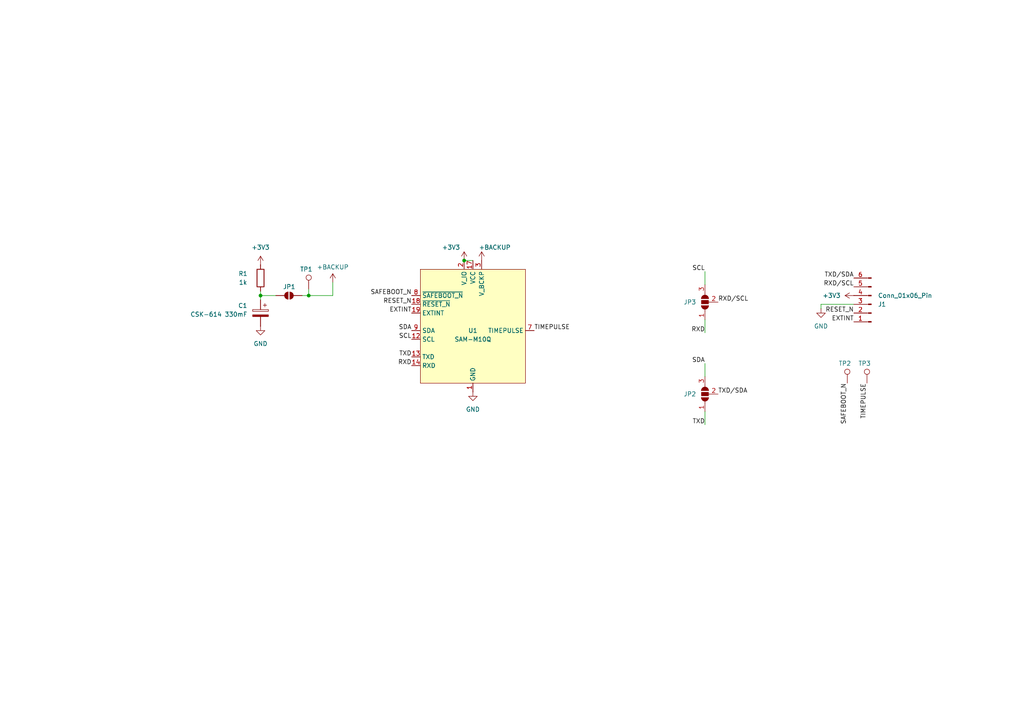
<source format=kicad_sch>
(kicad_sch (version 20250114) (generator "eeschema") (generator_version "9.0")
  (paper "A4")
  (lib_symbols
    (symbol "Connector:Conn_01x06_Pin" (pin_names (offset 1.016) (hide yes))
      (property "Reference" "J" (at 0 7.62 0))
      (property "Value" "Conn_01x06_Pin" (at 0 -10.16 0))
      (symbol "Conn_01x06_Pin_1_1"
        (rectangle (start 0.8636 5.207) (end 0 4.953) (stroke (width 0.1524)) (fill (type outline)))
        (rectangle (start 0.8636 2.667) (end 0 2.413) (stroke (width 0.1524)) (fill (type outline)))
        (rectangle (start 0.8636 0.127) (end 0 -0.127) (stroke (width 0.1524)) (fill (type outline)))
        (rectangle (start 0.8636 -2.413) (end 0 -2.667) (stroke (width 0.1524)) (fill (type outline)))
        (rectangle (start 0.8636 -4.953) (end 0 -5.207) (stroke (width 0.1524)) (fill (type outline)))
        (rectangle (start 0.8636 -7.493) (end 0 -7.747) (stroke (width 0.1524)) (fill (type outline)))
        (polyline (pts (xy 1.27 5.08) (xy 0.8636 5.08)) (stroke (width 0.1524)))
        (polyline (pts (xy 1.27 2.54) (xy 0.8636 2.54)) (stroke (width 0.1524)))
        (polyline (pts (xy 1.27 0) (xy 0.8636 0)) (stroke (width 0.1524)))
        (polyline (pts (xy 1.27 -2.54) (xy 0.8636 -2.54)) (stroke (width 0.1524)))
        (polyline (pts (xy 1.27 -5.08) (xy 0.8636 -5.08)) (stroke (width 0.1524)))
        (polyline (pts (xy 1.27 -7.62) (xy 0.8636 -7.62)) (stroke (width 0.1524)))
        (pin passive line (at 5.08 5.08 180) (length 3.81) (name "Pin_1") (number "1"))
        (pin passive line (at 5.08 2.54 180) (length 3.81) (name "Pin_2") (number "2"))
        (pin passive line (at 5.08 0 180) (length 3.81) (name "Pin_3") (number "3"))
        (pin passive line (at 5.08 -2.54 180) (length 3.81) (name "Pin_4") (number "4"))
        (pin passive line (at 5.08 -5.08 180) (length 3.81) (name "Pin_5") (number "5"))
        (pin passive line (at 5.08 -7.62 180) (length 3.81) (name "Pin_6") (number "6"))
      )
    )
    (symbol "Connector:TestPoint" (pin_numbers (hide yes)) (pin_names (offset 0.762) (hide yes))
      (property "Reference" "TP" (at 0 6.858 0))
      (property "Value" "TestPoint" (at 0 5.08 0))
      (symbol "TestPoint_0_1"
        (circle (center 0 3.302) (radius 0.762))
      )
      (symbol "TestPoint_1_1"
        (pin passive line (at 0 0 90) (length 2.54) (name "1") (number "1"))
      )
    )
    (symbol "Device:C_Polarized" (pin_numbers (hide yes)) (pin_names (offset 0.254))
      (property "Reference" "C" (at 0.635 2.54 0))
      (property "Value" "C_Polarized" (at 0.635 -2.54 0))
      (symbol "C_Polarized_0_1"
        (rectangle (start -2.286 0.508) (end 2.286 1.016))
        (polyline (pts (xy -1.778 2.286) (xy -0.762 2.286)))
        (polyline (pts (xy -1.27 2.794) (xy -1.27 1.778)))
        (rectangle (start 2.286 -0.508) (end -2.286 -1.016) (fill (type outline)))
      )
      (symbol "C_Polarized_1_1"
        (pin passive line (at 0 3.81 270) (length 2.794) (name "~") (number "1"))
        (pin passive line (at 0 -3.81 90) (length 2.794) (name "~") (number "2"))
      )
    )
    (symbol "Device:R" (pin_numbers (hide yes)) (pin_names (offset 0))
      (property "Reference" "R" (at 2.032 0 90))
      (property "Value" "R" (at 0 0 90))
      (symbol "R_0_1"
        (rectangle (start -1.016 -2.54) (end 1.016 2.54) (stroke (width 0.254)))
      )
      (symbol "R_1_1"
        (pin passive line (at 0 3.81 270) (length 1.27) (name "~") (number "1"))
        (pin passive line (at 0 -3.81 90) (length 1.27) (name "~") (number "2"))
      )
    )
    (symbol "Jumper:SolderJumper_2_Open" (pin_numbers (hide yes)) (pin_names (offset 0) (hide yes)) (in_bom no)
      (property "Reference" "JP" (at 0 2.032 0))
      (property "Value" "SolderJumper_2_Open" (at 0 -2.54 0))
      (symbol "SolderJumper_2_Open_0_1"
        (polyline (pts (xy -0.254 1.016) (xy -0.254 -1.016)))
        (arc (start -0.254 -1.016) (mid -1.2656 0) (end -0.254 1.016))
        (arc (start -0.254 -1.016) (mid -1.2656 0) (end -0.254 1.016) (fill (type outline)))
        (arc (start 0.254 1.016) (mid 1.2656 0) (end 0.254 -1.016))
        (arc (start 0.254 1.016) (mid 1.2656 0) (end 0.254 -1.016) (fill (type outline)))
        (polyline (pts (xy 0.254 1.016) (xy 0.254 -1.016)))
      )
      (symbol "SolderJumper_2_Open_1_1"
        (pin passive line (at -3.81 0 0) (length 2.54) (name "A") (number "1"))
        (pin passive line (at 3.81 0 180) (length 2.54) (name "B") (number "2"))
      )
    )
    (symbol "Jumper:SolderJumper_3_Open" (pin_names (offset 0) (hide yes)) (in_bom no)
      (property "Reference" "JP" (at -2.54 -2.54 0))
      (property "Value" "SolderJumper_3_Open" (at 0 2.794 0))
      (symbol "SolderJumper_3_Open_0_1"
        (polyline (pts (xy -2.54 0) (xy -2.032 0)))
        (polyline (pts (xy -1.016 1.016) (xy -1.016 -1.016)))
        (arc (start -1.016 -1.016) (mid -2.0276 0) (end -1.016 1.016))
        (arc (start -1.016 -1.016) (mid -2.0276 0) (end -1.016 1.016) (fill (type outline)))
        (rectangle (start -0.508 1.016) (end 0.508 -1.016) (fill (type outline)))
        (polyline (pts (xy 0 -1.27) (xy 0 -1.016)))
        (arc (start 1.016 1.016) (mid 2.0276 0) (end 1.016 -1.016))
        (arc (start 1.016 1.016) (mid 2.0276 0) (end 1.016 -1.016) (fill (type outline)))
        (polyline (pts (xy 1.016 1.016) (xy 1.016 -1.016)))
        (polyline (pts (xy 2.54 0) (xy 2.032 0)))
      )
      (symbol "SolderJumper_3_Open_1_1"
        (pin passive line (at -5.08 0 0) (length 2.54) (name "A") (number "1"))
        (pin passive line (at 0 -3.81 90) (length 2.54) (name "C") (number "2"))
        (pin passive line (at 5.08 0 180) (length 2.54) (name "B") (number "3"))
      )
    )
    (symbol "_symbols:SAM-M10Q"
      (property "Reference" "U" (at 0 0 0))
      (property "Value" "SAM-M10Q" (at 0 2.286 0))
      (symbol "SAM-M10Q_0_1"
        (rectangle (start -15.24 17.78) (end 15.24 -15.24) (fill (type background)))
      )
      (symbol "SAM-M10Q_1_1"
        (pin input line (at -17.78 10.16 0) (length 2.54) (name "~{SAFEBOOT_N}") (number "8"))
        (pin input line (at -17.78 7.62 0) (length 2.54) (name "~{RESET_N}") (number "18"))
        (pin input line (at -17.78 5.08 0) (length 2.54) (name "EXTINT") (number "19"))
        (pin bidirectional line (at -17.78 0 0) (length 2.54) (name "SDA") (number "9"))
        (pin input line (at -17.78 -2.54 0) (length 2.54) (name "SCL") (number "12"))
        (pin output line (at -17.78 -7.62 0) (length 2.54) (name "TXD") (number "13"))
        (pin input line (at -17.78 -10.16 0) (length 2.54) (name "RXD") (number "14"))
        (pin power_in line (at -2.54 20.32 270) (length 2.54) (name "V_IO") (number "2"))
        (pin power_in line (at 0 20.32 270) (length 2.54) (name "VCC") (number "17"))
        (pin power_in line (at 0 -17.78 90) (length 2.54) (name "GND") (number "1"))
        (pin power_in line (at 0 -17.78 90) (length 2.54) (hide yes) (name "GND") (number "10"))
        (pin power_in line (at 0 -17.78 90) (length 2.54) (hide yes) (name "GND") (number "11"))
        (pin power_in line (at 0 -17.78 90) (length 2.54) (hide yes) (name "GND") (number "15"))
        (pin power_in line (at 0 -17.78 90) (length 2.54) (hide yes) (name "GND") (number "16"))
        (pin power_in line (at 0 -17.78 90) (length 2.54) (hide yes) (name "GND") (number "20"))
        (pin power_in line (at 0 -17.78 90) (length 2.54) (hide yes) (name "GND") (number "4"))
        (pin power_in line (at 0 -17.78 90) (length 2.54) (hide yes) (name "GND") (number "5"))
        (pin power_in line (at 0 -17.78 90) (length 2.54) (hide yes) (name "GND") (number "6"))
        (pin power_in line (at 2.54 20.32 270) (length 2.54) (name "V_BCKP") (number "3"))
        (pin output line (at 17.78 0 180) (length 2.54) (name "TIMEPULSE") (number "7"))
      )
    )
    (symbol "power:+3V3" (power) (pin_numbers (hide yes)) (pin_names (offset 0) (hide yes))
      (property "Value" "+3V3" (at 0 3.556 0))
      (symbol "+3V3_0_1"
        (polyline (pts (xy -0.762 1.27) (xy 0 2.54)))
        (polyline (pts (xy 0 2.54) (xy 0.762 1.27)))
        (polyline (pts (xy 0 0) (xy 0 2.54)))
      )
      (symbol "+3V3_1_1"
        (pin power_in line (at 0 0 90) (length 0) (name "~") (number "1"))
      )
    )
    (symbol "power:+BATT" (power) (pin_numbers (hide yes)) (pin_names (offset 0) (hide yes))
      (property "Value" "+BATT" (at 0 3.556 0))
      (symbol "+BATT_0_1"
        (polyline (pts (xy -0.762 1.27) (xy 0 2.54)))
        (polyline (pts (xy 0 2.54) (xy 0.762 1.27)))
        (polyline (pts (xy 0 0) (xy 0 2.54)))
      )
      (symbol "+BATT_1_1"
        (pin power_in line (at 0 0 90) (length 0) (name "~") (number "1"))
      )
    )
    (symbol "power:GND" (power) (pin_numbers (hide yes)) (pin_names (offset 0) (hide yes))
      (property "Value" "GND" (at 0 -3.81 0))
      (symbol "GND_0_1"
        (polyline (pts (xy 0 0) (xy 0 -1.27) (xy 1.27 -1.27) (xy 0 -2.54) (xy -1.27 -1.27) (xy 0 -1.27)))
      )
      (symbol "GND_1_1"
        (pin power_in line (at 0 0 270) (length 0) (name "~") (number "1"))
      )
    )
  )
  (junction (at 134.62 75.565))
  (junction (at 75.565 85.725))
  (junction (at 89.535 85.725))
  (wire (pts (xy 80.01 85.725) (xy 75.565 85.725)))
  (wire (pts (xy 204.47 105.41) (xy 204.47 109.22)))
  (wire (pts (xy 204.47 78.74) (xy 204.47 82.55)))
  (wire (pts (xy 75.565 84.455) (xy 75.565 85.725)))
  (wire (pts (xy 134.62 75.565) (xy 137.16 75.565)))
  (wire (pts (xy 238.125 89.535) (xy 238.125 88.265)))
  (wire (pts (xy 87.63 85.725) (xy 89.535 85.725)))
  (wire (pts (xy 89.535 83.82) (xy 89.535 85.725)))
  (wire (pts (xy 204.47 96.52) (xy 204.47 92.71)))
  (wire (pts (xy 89.535 85.725) (xy 96.52 85.725)))
  (wire (pts (xy 75.565 85.725) (xy 75.565 86.995)))
  (wire (pts (xy 238.125 88.265) (xy 247.65 88.265)))
  (wire (pts (xy 204.47 123.19) (xy 204.47 119.38)))
  (wire (pts (xy 96.52 81.915) (xy 96.52 85.725)))
  (label "SAFEBOOT_N" (at 119.38 85.725 180))
  (label "EXTINT" (at 247.65 93.345 180))
  (label "TIMEPULSE" (at 154.94 95.885 0))
  (label "RXD" (at 119.38 106.045 180))
  (label "TIMEPULSE" (at 251.46 111.125 270))
  (label "SCL" (at 119.38 98.425 180))
  (label "TXD" (at 204.47 123.19 180))
  (label "TXD{slash}SDA" (at 208.28 114.3 0))
  (label "RXD{slash}SCL" (at 247.65 83.185 180))
  (label "RXD" (at 204.47 96.52 180))
  (label "SCL" (at 204.47 78.74 180))
  (label "RXD{slash}SCL" (at 208.28 87.63 0))
  (label "SDA" (at 119.38 95.885 180))
  (label "RESET_N" (at 119.38 88.265 180))
  (label "EXTINT" (at 119.38 90.805 180))
  (label "TXD" (at 119.38 103.505 180))
  (label "RESET_N" (at 247.65 90.805 180))
  (label "SDA" (at 204.47 105.41 180))
  (label "SAFEBOOT_N" (at 245.745 111.125 270))
  (label "TXD{slash}SDA" (at 247.65 80.645 180))
  (symbol (lib_id "Device:C_Polarized") (at 75.565 90.805 0) (mirror y) (unit 1)
    (property "Reference" "C1" (at 71.755 88.6459 0) (effects (justify left)))
    (property "Value" "CSK-614 330mF" (at 71.755 91.1859 0) (effects (justify left)))
    (property "Footprint" "_footprints:CP_CSK-334" (effects (hide yes)))
    (property "Datasheet" "https://media.digikey.com/pdf/Data%20Sheets/Elna%20America%20Inc/CS1_CSK-614_621_Series.pdf" (effects (hide yes)))
    (property "Description" "Polarized capacitor" (effects (hide yes)))
    (property "Link" "https://www.digikey.com/en/products/detail/elna-america/RSCSK3343R3D02008T/3283816?s=N4IgTCBcDaIGwAYAsBaATgZwMYYNYGZ8l818ATBMBBADgBcs6UA7MkAXQF8g" (effects (hide yes)))
  )
  (symbol (lib_id "power:+BATT") (at 96.52 81.915 0) (unit 1)
    (property "Reference" "#PWR06" (effects (hide yes)))
    (property "Value" "+BACKUP" (at 96.52 77.47 0))
    (property "Description" "Power symbol creates a global label with name \"+BATT\"" (effects (hide yes)))
  )
  (symbol (lib_id "Jumper:SolderJumper_2_Open") (at 83.82 85.725 0) (mirror y) (unit 1) (in_bom no)
    (property "Reference" "JP1" (at 85.725 83.185 0) (effects (justify left)))
    (property "Value" "SolderJumper_2_Open" (effects (hide yes)))
    (property "Footprint" "Jumper:SolderJumper-2_P1.3mm_Open_RoundedPad1.0x1.5mm" (effects (hide yes)))
    (property "Description" "Solder Jumper, 2-pole, open" (effects (hide yes)))
  )
  (symbol (lib_id "Jumper:SolderJumper_3_Open") (at 204.47 87.63 90) (unit 1) (in_bom no)
    (property "Reference" "JP3" (at 201.93 87.6299 90) (effects (justify left)))
    (property "Value" "SolderJumper_3_Open" (effects (hide yes)))
    (property "Footprint" "Jumper:SolderJumper-3_P1.3mm_Open_RoundedPad1.0x1.5mm" (effects (hide yes)))
    (property "Description" "Solder Jumper, 3-pole, open" (effects (hide yes)))
  )
  (symbol (lib_id "power:GND") (at 137.16 113.665 0) (unit 1)
    (property "Reference" "#PWR03" (effects (hide yes)))
    (property "Value" "GND" (at 137.16 118.745 0))
    (property "Description" "Power symbol creates a global label with name \"GND\" , ground" (effects (hide yes)))
  )
  (symbol (lib_id "Connector:TestPoint") (at 251.46 111.125 0) (unit 1)
    (property "Reference" "TP3" (at 248.92 105.41 0) (effects (justify left)))
    (property "Value" "TestPoint" (effects (hide yes)))
    (property "Footprint" "TestPoint:TestPoint_Pad_D1.5mm" (effects (hide yes)))
    (property "Description" "test point" (effects (hide yes)))
  )
  (symbol (lib_id "power:+3V3") (at 247.65 85.725 90) (unit 1)
    (property "Reference" "#PWR09" (effects (hide yes)))
    (property "Value" "+3V3" (at 243.84 85.7249 90) (effects (justify left)))
    (property "Description" "Power symbol creates a global label with name \"+3V3\"" (effects (hide yes)))
  )
  (symbol (lib_id "Jumper:SolderJumper_3_Open") (at 204.47 114.3 90) (unit 1) (in_bom no)
    (property "Reference" "JP2" (at 201.93 114.2999 90) (effects (justify left)))
    (property "Value" "SolderJumper_3_Open" (effects (hide yes)))
    (property "Footprint" "Jumper:SolderJumper-3_P1.3mm_Open_RoundedPad1.0x1.5mm" (effects (hide yes)))
    (property "Description" "Solder Jumper, 3-pole, open" (effects (hide yes)))
  )
  (symbol (lib_id "power:GND") (at 238.125 89.535 0) (unit 1)
    (property "Reference" "#PWR08" (effects (hide yes)))
    (property "Value" "GND" (at 238.125 94.615 0))
    (property "Description" "Power symbol creates a global label with name \"GND\" , ground" (effects (hide yes)))
  )
  (symbol (lib_id "_symbols:SAM-M10Q") (at 137.16 95.885 0) (unit 1)
    (property "Reference" "U1" (at 137.16 95.885 0))
    (property "Value" "SAM-M10Q" (at 137.16 98.425 0))
    (property "Footprint" "_footprints:SAM-M10Q" (effects (hide yes)))
    (property "Datasheet" "https://content.u-blox.com/sites/default/files/documents/SAM-M10Q_DataSheet_UBX-22013293.pdf" (effects (hide yes)))
  )
  (symbol (lib_id "power:+BATT") (at 139.7 75.565 0) (unit 1)
    (property "Reference" "#PWR02" (effects (hide yes)))
    (property "Value" "+BACKUP" (at 143.51 71.755 0))
    (property "Description" "Power symbol creates a global label with name \"+BATT\"" (effects (hide yes)))
  )
  (symbol (lib_id "Device:R") (at 75.565 80.645 0) (mirror x) (unit 1)
    (property "Reference" "R1" (at 70.485 79.375 0))
    (property "Value" "1k" (at 70.485 81.915 0))
    (property "Footprint" "Resistor_SMD:R_0603_1608Metric_Pad0.98x0.95mm_HandSolder" (effects (hide yes)))
    (property "Description" "Resistor" (effects (hide yes)))
  )
  (symbol (lib_id "Connector:Conn_01x06_Pin") (at 252.73 88.265 180) (unit 1)
    (property "Reference" "J1" (at 254.635 88.2651 0) (effects (justify right)))
    (property "Value" "Conn_01x06_Pin" (at 254.635 85.7251 0) (effects (justify right)))
    (property "Footprint" "_footprints:PinHeader_1x06_P2.54mm_Vertical_SMD_Pin1Left" (effects (hide yes)))
    (property "Description" "Generic connector, single row, 01x06, script generated" (effects (hide yes)))
  )
  (symbol (lib_id "Connector:TestPoint") (at 245.745 111.125 0) (unit 1)
    (property "Reference" "TP2" (at 243.205 105.41 0) (effects (justify left)))
    (property "Value" "TestPoint" (effects (hide yes)))
    (property "Footprint" "TestPoint:TestPoint_Pad_D1.5mm" (effects (hide yes)))
    (property "Description" "test point" (effects (hide yes)))
  )
  (symbol (lib_id "power:GND") (at 75.565 94.615 0) (unit 1)
    (property "Reference" "#PWR01" (effects (hide yes)))
    (property "Value" "GND" (at 75.565 99.695 0))
    (property "Description" "Power symbol creates a global label with name \"GND\" , ground" (effects (hide yes)))
  )
  (symbol (lib_id "Connector:TestPoint") (at 89.535 83.82 0) (unit 1)
    (property "Reference" "TP1" (at 86.995 78.105 0) (effects (justify left)))
    (property "Value" "TestPoint" (effects (hide yes)))
    (property "Footprint" "TestPoint:TestPoint_Pad_D1.5mm" (effects (hide yes)))
    (property "Description" "test point" (effects (hide yes)))
  )
  (symbol (lib_id "power:+3V3") (at 134.62 75.565 0) (unit 1)
    (property "Reference" "#PWR05" (effects (hide yes)))
    (property "Value" "+3V3" (at 130.81 71.755 0))
    (property "Description" "Power symbol creates a global label with name \"+3V3\"" (effects (hide yes)))
  )
  (symbol (lib_id "power:+3V3") (at 75.565 76.835 0) (mirror y) (unit 1)
    (property "Reference" "#PWR07" (effects (hide yes)))
    (property "Value" "+3V3" (at 75.565 71.755 0))
    (property "Description" "Power symbol creates a global label with name \"+3V3\"" (effects (hide yes)))
  )
)
</source>
